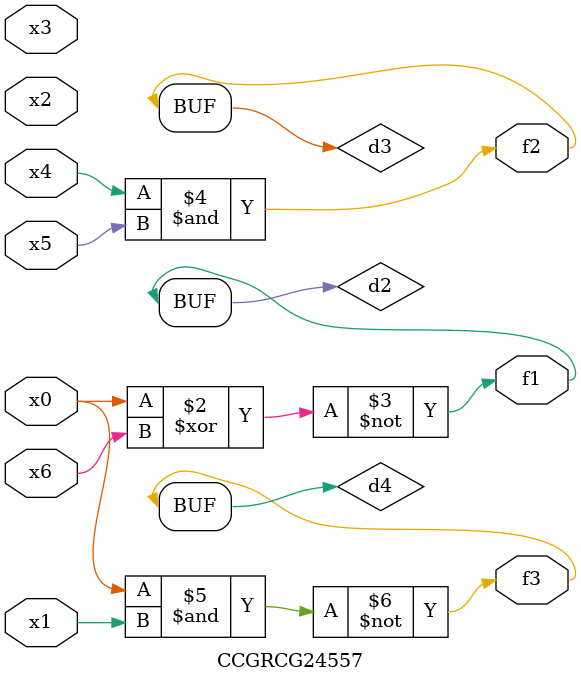
<source format=v>
module CCGRCG24557(
	input x0, x1, x2, x3, x4, x5, x6,
	output f1, f2, f3
);

	wire d1, d2, d3, d4;

	nor (d1, x0);
	xnor (d2, x0, x6);
	and (d3, x4, x5);
	nand (d4, x0, x1);
	assign f1 = d2;
	assign f2 = d3;
	assign f3 = d4;
endmodule

</source>
